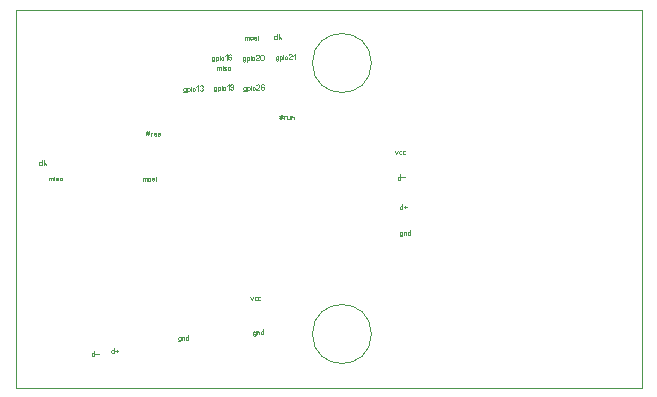
<source format=gbr>
%FSLAX34Y34*%
%MOMM*%
%LNOUTLINE*%
G71*
G01*
%ADD10C, 0.00*%
%ADD11C, 0.06*%
%ADD12C, 0.00*%
%LPD*%
G54D10*
X0Y0D02*
X530000Y0D01*
X530000Y-320000D01*
X0Y-320000D01*
X0Y0D01*
G54D11*
X198438Y-243562D02*
X199771Y-246062D01*
X201104Y-243562D01*
G54D11*
X203993Y-243729D02*
X203326Y-243562D01*
X202660Y-243729D01*
X202326Y-244285D01*
X202326Y-245396D01*
X202660Y-245951D01*
X203326Y-246062D01*
X203993Y-245951D01*
G54D11*
X206882Y-243729D02*
X206216Y-243562D01*
X205549Y-243729D01*
X205216Y-244285D01*
X205216Y-245396D01*
X205549Y-245951D01*
X206216Y-246062D01*
X206882Y-245951D01*
G54D11*
X201216Y-275868D02*
X201882Y-276146D01*
X202349Y-276146D01*
X203016Y-275868D01*
X203216Y-275312D01*
X203216Y-272534D01*
G54D11*
X203216Y-273257D02*
X202882Y-272701D01*
X202216Y-272534D01*
X201549Y-272701D01*
X201216Y-273257D01*
X201216Y-274368D01*
X201549Y-274923D01*
X202216Y-275034D01*
X202882Y-274923D01*
X203216Y-274368D01*
G54D11*
X204438Y-275034D02*
X204438Y-272534D01*
G54D11*
X204438Y-273090D02*
X204771Y-272701D01*
X205438Y-272534D01*
X206104Y-272701D01*
X206438Y-273090D01*
X206438Y-275034D01*
G54D11*
X209660Y-275034D02*
X209660Y-270590D01*
G54D11*
X209660Y-273257D02*
X209326Y-272701D01*
X208660Y-272534D01*
X207993Y-272701D01*
X207660Y-273257D01*
X207660Y-274368D01*
X207993Y-274923D01*
X208660Y-275034D01*
X209326Y-274923D01*
X209660Y-274368D01*
G54D11*
X82962Y-290909D02*
X82962Y-286465D01*
G54D11*
X82962Y-289132D02*
X82629Y-288576D01*
X81962Y-288409D01*
X81296Y-288576D01*
X80962Y-289132D01*
X80962Y-290243D01*
X81296Y-290798D01*
X81962Y-290909D01*
X82629Y-290798D01*
X82962Y-290243D01*
G54D11*
X84184Y-288965D02*
X86851Y-288965D01*
G54D11*
X85518Y-287854D02*
X85518Y-290076D01*
G54D11*
X66294Y-293291D02*
X66294Y-288846D01*
G54D11*
X66294Y-291513D02*
X65960Y-290957D01*
X65294Y-290791D01*
X64627Y-290957D01*
X64294Y-291513D01*
X64294Y-292624D01*
X64627Y-293180D01*
X65294Y-293291D01*
X65960Y-293180D01*
X66294Y-292624D01*
G54D11*
X67516Y-291346D02*
X70182Y-291346D01*
G54D11*
X137716Y-280630D02*
X138382Y-280908D01*
X138849Y-280908D01*
X139516Y-280630D01*
X139716Y-280075D01*
X139716Y-277297D01*
G54D11*
X139716Y-278019D02*
X139382Y-277464D01*
X138716Y-277297D01*
X138049Y-277464D01*
X137716Y-278019D01*
X137716Y-279130D01*
X138049Y-279686D01*
X138716Y-279797D01*
X139382Y-279686D01*
X139716Y-279130D01*
G54D11*
X140938Y-279797D02*
X140938Y-277297D01*
G54D11*
X140938Y-277852D02*
X141271Y-277464D01*
X141938Y-277297D01*
X142604Y-277464D01*
X142938Y-277852D01*
X142938Y-279797D01*
G54D11*
X146160Y-279797D02*
X146160Y-275352D01*
G54D11*
X146160Y-278019D02*
X145826Y-277464D01*
X145160Y-277297D01*
X144493Y-277464D01*
X144160Y-278019D01*
X144160Y-279130D01*
X144493Y-279686D01*
X145160Y-279797D01*
X145826Y-279686D01*
X146160Y-279130D01*
G54D11*
X321072Y-119738D02*
X322405Y-122238D01*
X323739Y-119738D01*
G54D11*
X326628Y-119904D02*
X325961Y-119738D01*
X325294Y-119904D01*
X324961Y-120460D01*
X324961Y-121571D01*
X325294Y-122126D01*
X325961Y-122238D01*
X326628Y-122126D01*
G54D11*
X329517Y-119904D02*
X328850Y-119738D01*
X328183Y-119904D01*
X327850Y-120460D01*
X327850Y-121571D01*
X328183Y-122126D01*
X328850Y-122238D01*
X329517Y-122126D01*
G54D11*
X325453Y-144066D02*
X325453Y-139621D01*
G54D11*
X325453Y-142288D02*
X325120Y-141732D01*
X324453Y-141566D01*
X323786Y-141732D01*
X323453Y-142288D01*
X323453Y-143399D01*
X323786Y-143954D01*
X324453Y-144066D01*
X325120Y-143954D01*
X325453Y-143399D01*
G54D11*
X326675Y-142121D02*
X329342Y-142121D01*
G54D11*
X327438Y-169069D02*
X327438Y-164624D01*
G54D11*
X327438Y-167291D02*
X327104Y-166735D01*
X326438Y-166569D01*
X325771Y-166735D01*
X325438Y-167291D01*
X325438Y-168402D01*
X325771Y-168958D01*
X326438Y-169069D01*
X327104Y-168958D01*
X327438Y-168402D01*
G54D11*
X328660Y-167124D02*
X331326Y-167124D01*
G54D11*
X329993Y-166013D02*
X329993Y-168235D01*
G54D11*
X325438Y-191730D02*
X326104Y-192008D01*
X326571Y-192008D01*
X327238Y-191730D01*
X327438Y-191175D01*
X327438Y-188397D01*
G54D11*
X327438Y-189119D02*
X327104Y-188564D01*
X326438Y-188397D01*
X325771Y-188564D01*
X325438Y-189119D01*
X325438Y-190230D01*
X325771Y-190786D01*
X326438Y-190897D01*
X327104Y-190786D01*
X327438Y-190230D01*
G54D11*
X328660Y-190897D02*
X328660Y-188397D01*
G54D11*
X328660Y-188952D02*
X328993Y-188564D01*
X329660Y-188397D01*
X330326Y-188564D01*
X330660Y-188952D01*
X330660Y-190897D01*
G54D11*
X333882Y-190897D02*
X333882Y-186452D01*
G54D11*
X333882Y-189119D02*
X333548Y-188564D01*
X332882Y-188397D01*
X332215Y-188564D01*
X331882Y-189119D01*
X331882Y-190230D01*
X332215Y-190786D01*
X332882Y-190897D01*
X333548Y-190786D01*
X333882Y-190230D01*
G54D11*
X223377Y-90091D02*
X226377Y-90091D01*
G54D11*
X223044Y-91480D02*
X226044Y-91480D01*
G54D11*
X223710Y-92313D02*
X224377Y-89258D01*
G54D11*
X225044Y-92313D02*
X225710Y-89258D01*
G54D11*
X227599Y-92869D02*
X227599Y-90369D01*
G54D11*
X227599Y-90924D02*
X228265Y-90369D01*
X228932Y-90369D01*
G54D11*
X232154Y-90369D02*
X232154Y-92869D01*
G54D11*
X232154Y-92313D02*
X231820Y-92758D01*
X231154Y-92869D01*
X230487Y-92758D01*
X230154Y-92313D01*
X230154Y-90369D01*
G54D11*
X233376Y-92869D02*
X233376Y-90369D01*
G54D11*
X233376Y-90924D02*
X233709Y-90535D01*
X234376Y-90369D01*
X235042Y-90535D01*
X235376Y-90924D01*
X235376Y-92869D01*
G54D11*
X220266Y-42902D02*
X220932Y-43180D01*
X221399Y-43180D01*
X222066Y-42902D01*
X222266Y-42347D01*
X222266Y-39569D01*
G54D11*
X222266Y-40291D02*
X221932Y-39735D01*
X221266Y-39569D01*
X220599Y-39735D01*
X220266Y-40291D01*
X220266Y-41402D01*
X220599Y-41958D01*
X221266Y-42069D01*
X221932Y-41958D01*
X222266Y-41402D01*
G54D11*
X223488Y-39569D02*
X223488Y-43180D01*
G54D11*
X223488Y-41235D02*
X223821Y-41958D01*
X224488Y-42069D01*
X225154Y-41958D01*
X225488Y-41402D01*
X225488Y-40291D01*
X225154Y-39735D01*
X224488Y-39569D01*
X223821Y-39735D01*
X223488Y-40402D01*
G54D11*
X226710Y-42069D02*
X226710Y-39569D01*
G54D11*
X226710Y-38735D02*
X226710Y-38735D01*
G54D11*
X229932Y-41402D02*
X229932Y-40291D01*
X229598Y-39735D01*
X228932Y-39569D01*
X228265Y-39735D01*
X227932Y-40291D01*
X227932Y-41402D01*
X228265Y-41958D01*
X228932Y-42069D01*
X229598Y-41958D01*
X229932Y-41402D01*
G54D11*
X233820Y-42069D02*
X231154Y-42069D01*
X231154Y-41791D01*
X231487Y-41235D01*
X233487Y-39569D01*
X233820Y-39013D01*
X233820Y-38458D01*
X233487Y-37902D01*
X232820Y-37624D01*
X232154Y-37624D01*
X231487Y-37902D01*
X231154Y-38458D01*
G54D11*
X235043Y-39291D02*
X236709Y-37624D01*
X236709Y-42069D01*
G54D12*
G75*
G01X301225Y-274638D02*
G03X301225Y-274638I-25000J0D01*
G01*
G54D12*
G75*
G01X301225Y-45244D02*
G03X301225Y-45244I-25000J0D01*
G01*
G54D11*
X192484Y-43696D02*
X193151Y-43974D01*
X193618Y-43974D01*
X194284Y-43696D01*
X194484Y-43140D01*
X194484Y-40362D01*
G54D11*
X194484Y-41085D02*
X194151Y-40529D01*
X193484Y-40362D01*
X192818Y-40529D01*
X192484Y-41085D01*
X192484Y-42196D01*
X192818Y-42751D01*
X193484Y-42862D01*
X194151Y-42751D01*
X194484Y-42196D01*
G54D11*
X195706Y-40362D02*
X195706Y-43974D01*
G54D11*
X195706Y-42029D02*
X196040Y-42751D01*
X196706Y-42862D01*
X197373Y-42751D01*
X197706Y-42196D01*
X197706Y-41085D01*
X197373Y-40529D01*
X196706Y-40362D01*
X196040Y-40529D01*
X195706Y-41196D01*
G54D11*
X198928Y-42862D02*
X198928Y-40362D01*
G54D11*
X198928Y-39529D02*
X198928Y-39529D01*
G54D11*
X202150Y-42196D02*
X202150Y-41085D01*
X201817Y-40529D01*
X201150Y-40362D01*
X200484Y-40529D01*
X200150Y-41085D01*
X200150Y-42196D01*
X200484Y-42751D01*
X201150Y-42862D01*
X201817Y-42751D01*
X202150Y-42196D01*
G54D11*
X206039Y-42862D02*
X203372Y-42862D01*
X203372Y-42585D01*
X203706Y-42029D01*
X205706Y-40362D01*
X206039Y-39807D01*
X206039Y-39251D01*
X205706Y-38696D01*
X205039Y-38418D01*
X204372Y-38418D01*
X203706Y-38696D01*
X203372Y-39251D01*
G54D11*
X209928Y-39251D02*
X209928Y-42029D01*
X209595Y-42585D01*
X208928Y-42862D01*
X208261Y-42862D01*
X207595Y-42585D01*
X207261Y-42029D01*
X207261Y-39251D01*
X207595Y-38696D01*
X208261Y-38418D01*
X208928Y-38418D01*
X209595Y-38696D01*
X209928Y-39251D01*
G54D11*
X166291Y-43299D02*
X166957Y-43577D01*
X167424Y-43577D01*
X168091Y-43299D01*
X168291Y-42743D01*
X168291Y-39966D01*
G54D11*
X168291Y-40688D02*
X167957Y-40132D01*
X167291Y-39966D01*
X166624Y-40132D01*
X166291Y-40688D01*
X166291Y-41799D01*
X166624Y-42354D01*
X167291Y-42466D01*
X167957Y-42354D01*
X168291Y-41799D01*
G54D11*
X169513Y-39966D02*
X169513Y-43577D01*
G54D11*
X169513Y-41632D02*
X169846Y-42354D01*
X170513Y-42466D01*
X171179Y-42354D01*
X171513Y-41799D01*
X171513Y-40688D01*
X171179Y-40132D01*
X170513Y-39966D01*
X169846Y-40132D01*
X169513Y-40799D01*
G54D11*
X172735Y-42466D02*
X172735Y-39966D01*
G54D11*
X172735Y-39132D02*
X172735Y-39132D01*
G54D11*
X175957Y-41799D02*
X175957Y-40688D01*
X175623Y-40132D01*
X174957Y-39966D01*
X174290Y-40132D01*
X173957Y-40688D01*
X173957Y-41799D01*
X174290Y-42354D01*
X174957Y-42466D01*
X175623Y-42354D01*
X175957Y-41799D01*
G54D11*
X177179Y-39688D02*
X178845Y-38021D01*
X178845Y-42466D01*
G54D11*
X182734Y-38854D02*
X182401Y-38299D01*
X181734Y-38021D01*
X181068Y-38021D01*
X180401Y-38299D01*
X180068Y-38854D01*
X180068Y-40243D01*
X180068Y-40521D01*
X181068Y-39966D01*
X181734Y-39966D01*
X182401Y-40243D01*
X182734Y-40799D01*
X182734Y-41632D01*
X182401Y-42188D01*
X181734Y-42466D01*
X181068Y-42466D01*
X180401Y-42188D01*
X180068Y-41632D01*
X180068Y-40243D01*
G54D11*
X192881Y-68699D02*
X193548Y-68977D01*
X194015Y-68977D01*
X194681Y-68699D01*
X194881Y-68143D01*
X194881Y-65366D01*
G54D11*
X194881Y-66088D02*
X194548Y-65532D01*
X193881Y-65366D01*
X193215Y-65532D01*
X192881Y-66088D01*
X192881Y-67199D01*
X193215Y-67754D01*
X193881Y-67866D01*
X194548Y-67754D01*
X194881Y-67199D01*
G54D11*
X196103Y-65366D02*
X196103Y-68977D01*
G54D11*
X196103Y-67032D02*
X196437Y-67754D01*
X197103Y-67866D01*
X197770Y-67754D01*
X198103Y-67199D01*
X198103Y-66088D01*
X197770Y-65532D01*
X197103Y-65366D01*
X196437Y-65532D01*
X196103Y-66199D01*
G54D11*
X199325Y-67866D02*
X199325Y-65366D01*
G54D11*
X199325Y-64532D02*
X199325Y-64532D01*
G54D11*
X202547Y-67199D02*
X202547Y-66088D01*
X202214Y-65532D01*
X201547Y-65366D01*
X200881Y-65532D01*
X200547Y-66088D01*
X200547Y-67199D01*
X200881Y-67754D01*
X201547Y-67866D01*
X202214Y-67754D01*
X202547Y-67199D01*
G54D11*
X206436Y-67866D02*
X203769Y-67866D01*
X203769Y-67588D01*
X204103Y-67032D01*
X206103Y-65366D01*
X206436Y-64810D01*
X206436Y-64254D01*
X206103Y-63699D01*
X205436Y-63421D01*
X204769Y-63421D01*
X204103Y-63699D01*
X203769Y-64254D01*
G54D11*
X210325Y-64254D02*
X209992Y-63699D01*
X209325Y-63421D01*
X208658Y-63421D01*
X207992Y-63699D01*
X207658Y-64254D01*
X207658Y-65643D01*
X207658Y-65921D01*
X208658Y-65366D01*
X209325Y-65366D01*
X209992Y-65643D01*
X210325Y-66199D01*
X210325Y-67032D01*
X209992Y-67588D01*
X209325Y-67866D01*
X208658Y-67866D01*
X207992Y-67588D01*
X207658Y-67032D01*
X207658Y-65643D01*
G54D11*
X167878Y-68699D02*
X168545Y-68977D01*
X169011Y-68977D01*
X169678Y-68699D01*
X169878Y-68143D01*
X169878Y-65366D01*
G54D11*
X169878Y-66088D02*
X169545Y-65532D01*
X168878Y-65366D01*
X168211Y-65532D01*
X167878Y-66088D01*
X167878Y-67199D01*
X168211Y-67754D01*
X168878Y-67866D01*
X169545Y-67754D01*
X169878Y-67199D01*
G54D11*
X171100Y-65366D02*
X171100Y-68977D01*
G54D11*
X171100Y-67032D02*
X171433Y-67754D01*
X172100Y-67866D01*
X172767Y-67754D01*
X173100Y-67199D01*
X173100Y-66088D01*
X172767Y-65532D01*
X172100Y-65366D01*
X171433Y-65532D01*
X171100Y-66199D01*
G54D11*
X174322Y-67866D02*
X174322Y-65366D01*
G54D11*
X174322Y-64532D02*
X174322Y-64532D01*
G54D11*
X177544Y-67199D02*
X177544Y-66088D01*
X177211Y-65532D01*
X176544Y-65366D01*
X175877Y-65532D01*
X175544Y-66088D01*
X175544Y-67199D01*
X175877Y-67754D01*
X176544Y-67866D01*
X177211Y-67754D01*
X177544Y-67199D01*
G54D11*
X178766Y-65088D02*
X180433Y-63421D01*
X180433Y-67866D01*
G54D11*
X181655Y-67032D02*
X181988Y-67588D01*
X182655Y-67866D01*
X183322Y-67866D01*
X183988Y-67588D01*
X184322Y-67032D01*
X184322Y-65643D01*
X184322Y-65366D01*
X183322Y-65921D01*
X182655Y-65921D01*
X181988Y-65643D01*
X181655Y-65088D01*
X181655Y-64254D01*
X181988Y-63699D01*
X182655Y-63421D01*
X183322Y-63421D01*
X183988Y-63699D01*
X184322Y-64254D01*
X184322Y-65643D01*
G54D11*
X142081Y-69493D02*
X142748Y-69770D01*
X143215Y-69770D01*
X143881Y-69493D01*
X144081Y-68937D01*
X144081Y-66159D01*
G54D11*
X144081Y-66882D02*
X143748Y-66326D01*
X143081Y-66159D01*
X142415Y-66326D01*
X142081Y-66882D01*
X142081Y-67993D01*
X142415Y-68548D01*
X143081Y-68659D01*
X143748Y-68548D01*
X144081Y-67993D01*
G54D11*
X145303Y-66159D02*
X145303Y-69770D01*
G54D11*
X145303Y-67826D02*
X145637Y-68548D01*
X146303Y-68659D01*
X146970Y-68548D01*
X147303Y-67993D01*
X147303Y-66882D01*
X146970Y-66326D01*
X146303Y-66159D01*
X145637Y-66326D01*
X145303Y-66993D01*
G54D11*
X148525Y-68659D02*
X148525Y-66159D01*
G54D11*
X148525Y-65326D02*
X148525Y-65326D01*
G54D11*
X151747Y-67993D02*
X151747Y-66882D01*
X151414Y-66326D01*
X150747Y-66159D01*
X150081Y-66326D01*
X149747Y-66882D01*
X149747Y-67993D01*
X150081Y-68548D01*
X150747Y-68659D01*
X151414Y-68548D01*
X151747Y-67993D01*
G54D11*
X152969Y-65882D02*
X154636Y-64215D01*
X154636Y-68659D01*
G54D11*
X155858Y-65048D02*
X156192Y-64493D01*
X156858Y-64215D01*
X157525Y-64215D01*
X158192Y-64493D01*
X158525Y-65048D01*
X158525Y-65604D01*
X158192Y-66159D01*
X157525Y-66437D01*
X158192Y-66715D01*
X158525Y-67270D01*
X158525Y-67826D01*
X158192Y-68382D01*
X157525Y-68659D01*
X156858Y-68659D01*
X156192Y-68382D01*
X155858Y-67826D01*
G54D11*
X220345Y-22670D02*
X219678Y-22503D01*
X219011Y-22670D01*
X218678Y-23225D01*
X218678Y-24336D01*
X219011Y-24892D01*
X219678Y-25003D01*
X220345Y-24892D01*
G54D11*
X221567Y-25003D02*
X221567Y-20559D01*
G54D11*
X222789Y-25003D02*
X222789Y-20559D01*
G54D11*
X223789Y-23336D02*
X224789Y-25003D01*
G54D11*
X222789Y-23892D02*
X224789Y-22503D01*
G54D11*
X194072Y-25400D02*
X194072Y-22900D01*
G54D11*
X194072Y-23344D02*
X194739Y-22900D01*
X195405Y-23067D01*
X195739Y-23456D01*
X195739Y-25400D01*
G54D11*
X195739Y-23344D02*
X196405Y-22900D01*
X197072Y-23067D01*
X197405Y-23456D01*
X197405Y-25400D01*
G54D11*
X200627Y-24733D02*
X200627Y-23622D01*
X200294Y-23067D01*
X199627Y-22900D01*
X198960Y-23067D01*
X198627Y-23622D01*
X198627Y-24733D01*
X198960Y-25289D01*
X199627Y-25400D01*
X200294Y-25289D01*
X200627Y-24733D01*
G54D11*
X201849Y-25122D02*
X202516Y-25400D01*
X203182Y-25400D01*
X203849Y-25122D01*
X203849Y-24567D01*
X203516Y-24289D01*
X202182Y-24011D01*
X201849Y-23733D01*
X201849Y-23178D01*
X202516Y-22900D01*
X203182Y-22900D01*
X203849Y-23178D01*
G54D11*
X205071Y-25400D02*
X205071Y-22900D01*
G54D11*
X205071Y-22067D02*
X205071Y-22067D01*
G54D11*
X170656Y-51197D02*
X170656Y-48697D01*
G54D11*
X170656Y-49141D02*
X171323Y-48697D01*
X171990Y-48864D01*
X172323Y-49252D01*
X172323Y-51197D01*
G54D11*
X172323Y-49141D02*
X172990Y-48697D01*
X173656Y-48864D01*
X173990Y-49252D01*
X173990Y-51197D01*
G54D11*
X175211Y-51197D02*
X175211Y-48697D01*
G54D11*
X175211Y-47864D02*
X175211Y-47864D01*
G54D11*
X176433Y-50919D02*
X177100Y-51197D01*
X177767Y-51197D01*
X178433Y-50919D01*
X178433Y-50364D01*
X178100Y-50086D01*
X176767Y-49808D01*
X176433Y-49530D01*
X176433Y-48975D01*
X177100Y-48697D01*
X177767Y-48697D01*
X178433Y-48975D01*
G54D11*
X181655Y-50530D02*
X181655Y-49419D01*
X181322Y-48864D01*
X180655Y-48697D01*
X179989Y-48864D01*
X179655Y-49419D01*
X179655Y-50530D01*
X179989Y-51086D01*
X180655Y-51197D01*
X181322Y-51086D01*
X181655Y-50530D01*
G54D11*
X107553Y-144859D02*
X107553Y-142359D01*
G54D11*
X107553Y-142804D02*
X108220Y-142359D01*
X108886Y-142526D01*
X109220Y-142915D01*
X109220Y-144859D01*
G54D11*
X109220Y-142804D02*
X109886Y-142359D01*
X110553Y-142526D01*
X110886Y-142915D01*
X110886Y-144859D01*
G54D11*
X114108Y-144193D02*
X114108Y-143082D01*
X113775Y-142526D01*
X113108Y-142359D01*
X112441Y-142526D01*
X112108Y-143082D01*
X112108Y-144193D01*
X112441Y-144748D01*
X113108Y-144859D01*
X113775Y-144748D01*
X114108Y-144193D01*
G54D11*
X115330Y-144582D02*
X115997Y-144859D01*
X116663Y-144859D01*
X117330Y-144582D01*
X117330Y-144026D01*
X116997Y-143748D01*
X115663Y-143470D01*
X115330Y-143193D01*
X115330Y-142637D01*
X115997Y-142359D01*
X116663Y-142359D01*
X117330Y-142637D01*
G54D11*
X118552Y-144859D02*
X118552Y-142359D01*
G54D11*
X118552Y-141526D02*
X118552Y-141526D01*
G54D11*
X28283Y-144679D02*
X28283Y-142179D01*
G54D11*
X28283Y-142624D02*
X28950Y-142179D01*
X29617Y-142346D01*
X29950Y-142735D01*
X29950Y-144679D01*
G54D11*
X29950Y-142624D02*
X30617Y-142179D01*
X31283Y-142346D01*
X31617Y-142735D01*
X31617Y-144679D01*
G54D11*
X32838Y-144679D02*
X32838Y-142179D01*
G54D11*
X32838Y-141346D02*
X32838Y-141346D01*
G54D11*
X34060Y-144402D02*
X34727Y-144679D01*
X35394Y-144679D01*
X36060Y-144402D01*
X36060Y-143846D01*
X35727Y-143568D01*
X34394Y-143291D01*
X34060Y-143013D01*
X34060Y-142457D01*
X34727Y-142179D01*
X35394Y-142179D01*
X36060Y-142457D01*
G54D11*
X39282Y-144013D02*
X39282Y-142902D01*
X38949Y-142346D01*
X38282Y-142179D01*
X37616Y-142346D01*
X37282Y-142902D01*
X37282Y-144013D01*
X37616Y-144568D01*
X38282Y-144679D01*
X38949Y-144568D01*
X39282Y-144013D01*
G54D11*
X21138Y-129138D02*
X20471Y-128971D01*
X19805Y-129138D01*
X19471Y-129694D01*
X19471Y-130805D01*
X19805Y-131360D01*
X20471Y-131471D01*
X21138Y-131360D01*
G54D11*
X22360Y-131471D02*
X22360Y-127027D01*
G54D11*
X23582Y-131471D02*
X23582Y-127027D01*
G54D11*
X24582Y-129805D02*
X25582Y-131471D01*
G54D11*
X23582Y-130360D02*
X25582Y-128971D01*
G54D11*
X110268Y-103982D02*
X113268Y-103982D01*
G54D11*
X109934Y-105370D02*
X112934Y-105370D01*
G54D11*
X110601Y-106204D02*
X111268Y-103148D01*
G54D11*
X111934Y-106204D02*
X112601Y-103148D01*
G54D11*
X114489Y-106759D02*
X114489Y-104259D01*
G54D11*
X114489Y-104815D02*
X115156Y-104259D01*
X115823Y-104259D01*
G54D11*
X119044Y-106482D02*
X118511Y-106759D01*
X117844Y-106759D01*
X117178Y-106482D01*
X117044Y-105926D01*
X117044Y-104982D01*
X117378Y-104426D01*
X118044Y-104259D01*
X118711Y-104426D01*
X119044Y-104815D01*
X119044Y-105370D01*
X117044Y-105370D01*
G54D11*
X120266Y-106482D02*
X120933Y-106759D01*
X121600Y-106759D01*
X122266Y-106482D01*
X122266Y-105926D01*
X121933Y-105648D01*
X120600Y-105370D01*
X120266Y-105093D01*
X120266Y-104537D01*
X120933Y-104259D01*
X121600Y-104259D01*
X122266Y-104537D01*
M02*

</source>
